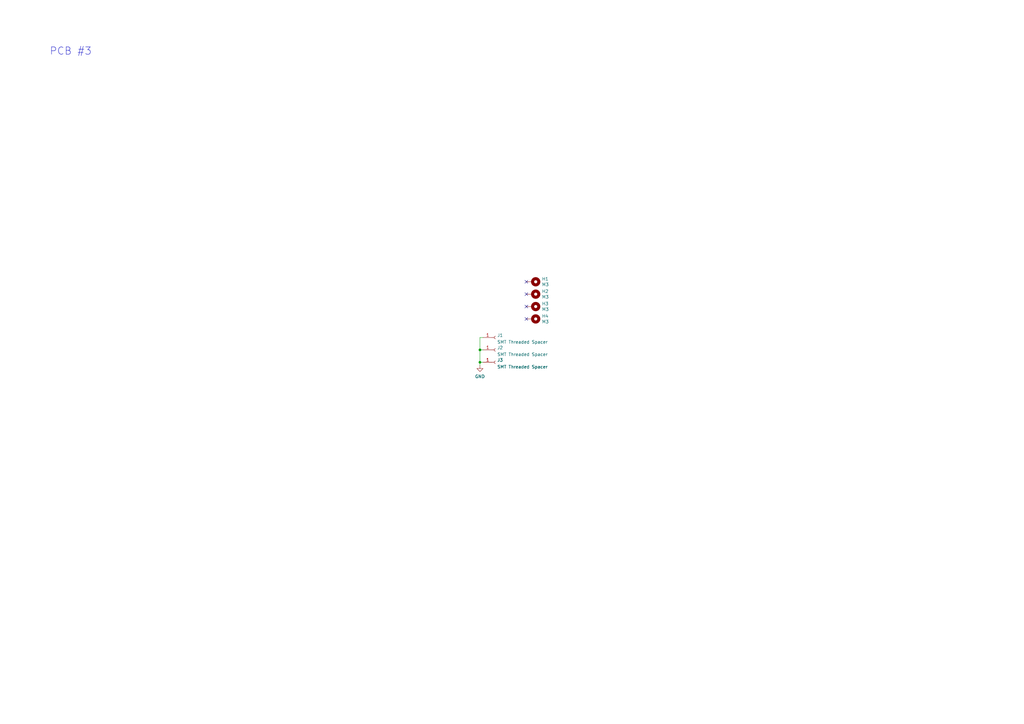
<source format=kicad_sch>
(kicad_sch (version 20211123) (generator eeschema)
  (paper "A3")
  (lib_symbols
    (symbol "Connector:Conn_01x01_Female" (pin_names (offset 1.016) hide)
      (property "Reference" "J" (at 0 2.54 0))
      (property "Value" "Conn_01x01_Female" (at 0 -2.54 0))
      (symbol "Conn_01x01_Female_1_1"
        (polyline (pts (xy -1.27 0) (xy -0.508 0)) (stroke (width 0.1524)))
        (arc (start 0 0.508) (mid -0.508 0) (end 0 -0.508) (stroke (width 0.1524)))
        (pin passive line (at -5.08 0 0) (length 3.81) (name "Pin_1") (number "1"))
      )
    )
    (symbol "Mechanical:MountingHole_Pad" (pin_numbers hide) (pin_names (offset 1.016) hide)
      (property "Reference" "H" (at 0 6.35 0))
      (property "Value" "MountingHole_Pad" (at 0 4.445 0))
      (symbol "MountingHole_Pad_0_1"
        (circle (center 0 1.27) (radius 1.27) (stroke (width 1.27)))
      )
      (symbol "MountingHole_Pad_1_1"
        (pin input line (at 0 -2.54 90) (length 2.54) (name "1") (number "1"))
      )
    )
    (symbol "power:GND" (power) (pin_names (offset 0))
      (property "Value" "GND" (at 0 -3.81 0))
      (symbol "GND_0_1"
        (polyline (pts (xy 0 0) (xy 0 -1.27) (xy 1.27 -1.27) (xy 0 -2.54) (xy -1.27 -1.27) (xy 0 -1.27)))
      )
      (symbol "GND_1_1"
        (pin power_in line (at 0 0 270) (length 0) hide (name "GND") (number "1"))
      )
    )
  )
  (junction (at 196.85 148.59))
  (junction (at 196.85 143.51))
  (no_connect (at 215.9 130.81))
  (no_connect (at 215.9 115.57))
  (no_connect (at 215.9 125.73))
  (no_connect (at 215.9 120.65))
  (wire (pts (xy 196.85 148.59) (xy 198.12 148.59)))
  (wire (pts (xy 196.85 149.86) (xy 196.85 148.59)))
  (wire (pts (xy 196.85 138.43) (xy 198.12 138.43)))
  (wire (pts (xy 196.85 143.51) (xy 196.85 138.43)))
  (wire (pts (xy 196.85 148.59) (xy 196.85 143.51)))
  (wire (pts (xy 196.85 143.51) (xy 198.12 143.51)))
  (text "PCB #3" (at 20.32 22.86 0) (effects (font (size 3 3)) (justify left bottom)))
  (symbol (lib_id "Mechanical:MountingHole_Pad") (at 218.44 115.57 270) (unit 1)
    (property "Reference" "H1" (at 222.25 114.4016 90) (effects (justify left)))
    (property "Value" "M3" (at 222.25 116.713 90) (effects (justify left)))
    (property "Footprint" "Franz-Lib:MountingHole_3.2mm_M3_Pad_Via_NoSilk" (effects hide))
  )
  (symbol (lib_id "Mechanical:MountingHole_Pad") (at 218.44 130.81 270) (unit 1)
    (property "Reference" "H4" (at 222.25 129.6416 90) (effects (justify left)))
    (property "Value" "M3" (at 222.25 131.953 90) (effects (justify left)))
    (property "Footprint" "Franz-Lib:MountingHole_3.2mm_M3_Pad_Via_NoSilk" (effects hide))
  )
  (symbol (lib_id "power:GND") (at 196.85 149.86 0) (unit 1)
    (property "Reference" "#PWR0101" (effects hide))
    (property "Value" "GND" (at 196.85 154.4225 0))
  )
  (symbol (lib_id "Connector:Conn_01x01_Female") (at 203.2 148.59 0) (unit 1)
    (property "Reference" "J3" (at 203.9112 147.6815 0) (effects (justify left)))
    (property "Value" "SMT Threaded Spacer" (at 203.9112 150.4566 0) (effects (justify left)))
    (property "Footprint" "Franz-Lib:Mounting_Wuerth_WA-SMSI-M2_H6mm_9774060243" (effects hide))
  )
  (symbol (lib_id "Connector:Conn_01x01_Female") (at 203.2 138.43 0) (unit 1)
    (property "Reference" "J1" (at 203.9112 137.5215 0) (effects (justify left)))
    (property "Value" "SMT Threaded Spacer" (at 203.9112 140.2966 0) (effects (justify left)))
    (property "Footprint" "Franz-Lib:Mounting_Wuerth_WA-SMSI-M2_H6mm_9774060243" (effects hide))
  )
  (symbol (lib_id "Mechanical:MountingHole_Pad") (at 218.44 125.73 270) (unit 1)
    (property "Reference" "H3" (at 222.25 124.5616 90) (effects (justify left)))
    (property "Value" "M3" (at 222.25 126.873 90) (effects (justify left)))
    (property "Footprint" "Franz-Lib:MountingHole_3.2mm_M3_Pad_Via_NoSilk" (effects hide))
  )
  (symbol (lib_id "Mechanical:MountingHole_Pad") (at 218.44 120.65 270) (unit 1)
    (property "Reference" "H2" (at 222.25 119.4816 90) (effects (justify left)))
    (property "Value" "M3" (at 222.25 121.793 90) (effects (justify left)))
    (property "Footprint" "Franz-Lib:MountingHole_3.2mm_M3_Pad_Via_NoSilk" (effects hide))
  )
  (symbol (lib_id "Connector:Conn_01x01_Female") (at 203.2 143.51 0) (unit 1)
    (property "Reference" "J2" (at 203.9112 142.6015 0) (effects (justify left)))
    (property "Value" "SMT Threaded Spacer" (at 203.9112 145.3766 0) (effects (justify left)))
    (property "Footprint" "Franz-Lib:Mounting_Wuerth_WA-SMSI-M2_H6mm_9774060243" (effects hide))
  )
)
</source>
